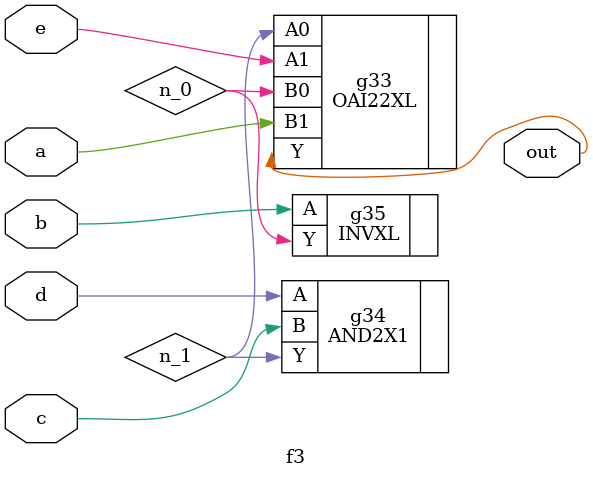
<source format=v>
/*
###############################################################
#  Generated by:      Cadence Innovus 16.21-s078_1
#  OS:                Linux x86_64(Host ID client03)
#  Generated on:      Thu Sep  5 23:14:22 2019
#  Design:            f3
#  Command:           saveNetlist f3_innovus_netlist.v
###############################################################
*/
// Generated by Cadence Genus(TM) Synthesis Solution 16.21-s018_1
// Generated on: Sep  5 2019 18:30:36 IST (Sep  5 2019 13:00:36 UTC)
// Verification Directory fv/f3 
module f3 (
	a, 
	b, 
	c, 
	d, 
	e, 
	out);
   input a;
   input b;
   input c;
   input d;
   input e;
   output out;

   // Internal wires
   wire n_0;
   wire n_1;

   OAI22XL g33 (.A0(n_1),
	.A1(e),
	.B0(n_0),
	.B1(a),
	.Y(out));
   AND2X1 g34 (.A(d),
	.B(c),
	.Y(n_1));
   INVXL g35 (.A(b),
	.Y(n_0));
endmodule


</source>
